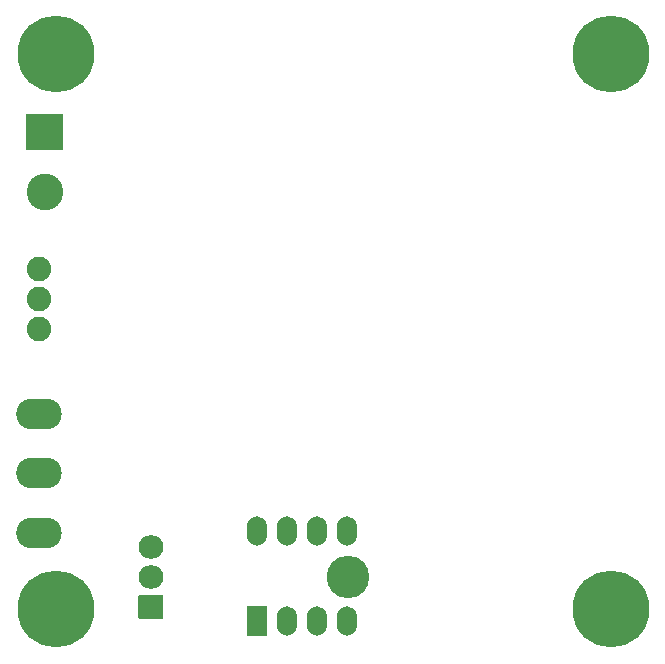
<source format=gbr>
G04 #@! TF.GenerationSoftware,KiCad,Pcbnew,(5.1.7)-1*
G04 #@! TF.CreationDate,2020-11-08T23:09:12+01:00*
G04 #@! TF.ProjectId,Red Power LED Board 50x50,52656420-506f-4776-9572-204c45442042,rev?*
G04 #@! TF.SameCoordinates,Original*
G04 #@! TF.FileFunction,Soldermask,Bot*
G04 #@! TF.FilePolarity,Negative*
%FSLAX46Y46*%
G04 Gerber Fmt 4.6, Leading zero omitted, Abs format (unit mm)*
G04 Created by KiCad (PCBNEW (5.1.7)-1) date 2020-11-08 23:09:12*
%MOMM*%
%LPD*%
G01*
G04 APERTURE LIST*
%ADD10O,3.602000X3.602000*%
%ADD11O,2.102000X2.007000*%
%ADD12C,0.902000*%
%ADD13C,6.502000*%
%ADD14C,3.102000*%
%ADD15O,3.852000X2.602000*%
%ADD16C,2.082800*%
%ADD17O,1.702000X2.502000*%
G04 APERTURE END LIST*
D10*
X128660000Y-88260000D03*
G36*
G01*
X113000000Y-91803500D02*
X111000000Y-91803500D01*
G75*
G02*
X110949000Y-91752500I0J51000D01*
G01*
X110949000Y-89847500D01*
G75*
G02*
X111000000Y-89796500I51000J0D01*
G01*
X113000000Y-89796500D01*
G75*
G02*
X113051000Y-89847500I0J-51000D01*
G01*
X113051000Y-91752500D01*
G75*
G02*
X113000000Y-91803500I-51000J0D01*
G01*
G37*
D11*
X112000000Y-88260000D03*
X112000000Y-85720000D03*
D12*
X152697056Y-89302944D03*
X151000000Y-88600000D03*
X149302944Y-89302944D03*
X148600000Y-91000000D03*
X149302944Y-92697056D03*
X151000000Y-93400000D03*
X152697056Y-92697056D03*
X153400000Y-91000000D03*
D13*
X151000000Y-91000000D03*
X104000000Y-91000000D03*
D12*
X106400000Y-91000000D03*
X105697056Y-92697056D03*
X104000000Y-93400000D03*
X102302944Y-92697056D03*
X101600000Y-91000000D03*
X102302944Y-89302944D03*
X104000000Y-88600000D03*
X105697056Y-89302944D03*
X152697056Y-42302944D03*
X151000000Y-41600000D03*
X149302944Y-42302944D03*
X148600000Y-44000000D03*
X149302944Y-45697056D03*
X151000000Y-46400000D03*
X152697056Y-45697056D03*
X153400000Y-44000000D03*
D13*
X151000000Y-44000000D03*
X104000000Y-44000000D03*
D12*
X106400000Y-44000000D03*
X105697056Y-45697056D03*
X104000000Y-46400000D03*
X102302944Y-45697056D03*
X101600000Y-44000000D03*
X102302944Y-42302944D03*
X104000000Y-41600000D03*
X105697056Y-42302944D03*
G36*
G01*
X101500000Y-49049000D02*
X104500000Y-49049000D01*
G75*
G02*
X104551000Y-49100000I0J-51000D01*
G01*
X104551000Y-52100000D01*
G75*
G02*
X104500000Y-52151000I-51000J0D01*
G01*
X101500000Y-52151000D01*
G75*
G02*
X101449000Y-52100000I0J51000D01*
G01*
X101449000Y-49100000D01*
G75*
G02*
X101500000Y-49049000I51000J0D01*
G01*
G37*
D14*
X103000000Y-55680000D03*
D15*
X102500000Y-84500000D03*
X102500000Y-79500000D03*
X102500000Y-74500000D03*
D16*
X102500000Y-62160000D03*
X102500000Y-64700000D03*
X102500000Y-67240000D03*
G36*
G01*
X121800000Y-93251000D02*
X120200000Y-93251000D01*
G75*
G02*
X120149000Y-93200000I0J51000D01*
G01*
X120149000Y-90800000D01*
G75*
G02*
X120200000Y-90749000I51000J0D01*
G01*
X121800000Y-90749000D01*
G75*
G02*
X121851000Y-90800000I0J-51000D01*
G01*
X121851000Y-93200000D01*
G75*
G02*
X121800000Y-93251000I-51000J0D01*
G01*
G37*
D17*
X128620000Y-84380000D03*
X123540000Y-92000000D03*
X126080000Y-84380000D03*
X126080000Y-92000000D03*
X123540000Y-84380000D03*
X128620000Y-92000000D03*
X121000000Y-84380000D03*
M02*

</source>
